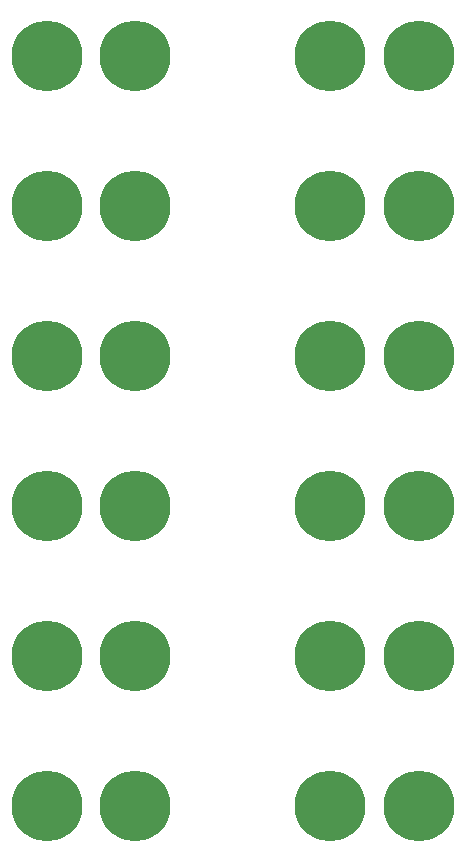
<source format=gbr>
G04 #@! TF.FileFunction,Soldermask,Top*
%FSLAX46Y46*%
G04 Gerber Fmt 4.6, Leading zero omitted, Abs format (unit mm)*
G04 Created by KiCad (PCBNEW 4.0.7-e2-6376~58~ubuntu16.04.1) date Mon Sep 11 21:05:43 2017*
%MOMM*%
%LPD*%
G01*
G04 APERTURE LIST*
%ADD10C,0.100000*%
%ADD11C,6.000000*%
G04 APERTURE END LIST*
D10*
D11*
X142875000Y-62230000D03*
X150375000Y-62230000D03*
X142875000Y-74930000D03*
X150375000Y-74930000D03*
X142875000Y-87630000D03*
X150375000Y-87630000D03*
X142875000Y-100330000D03*
X150375000Y-100330000D03*
X142875000Y-113030000D03*
X150375000Y-113030000D03*
X142875000Y-125730000D03*
X150375000Y-125730000D03*
X126365000Y-62230000D03*
X118865000Y-62230000D03*
X126365000Y-74930000D03*
X118865000Y-74930000D03*
X126365000Y-87630000D03*
X118865000Y-87630000D03*
X126365000Y-100330000D03*
X118865000Y-100330000D03*
X126365000Y-113030000D03*
X118865000Y-113030000D03*
X126365000Y-125730000D03*
X118865000Y-125730000D03*
M02*

</source>
